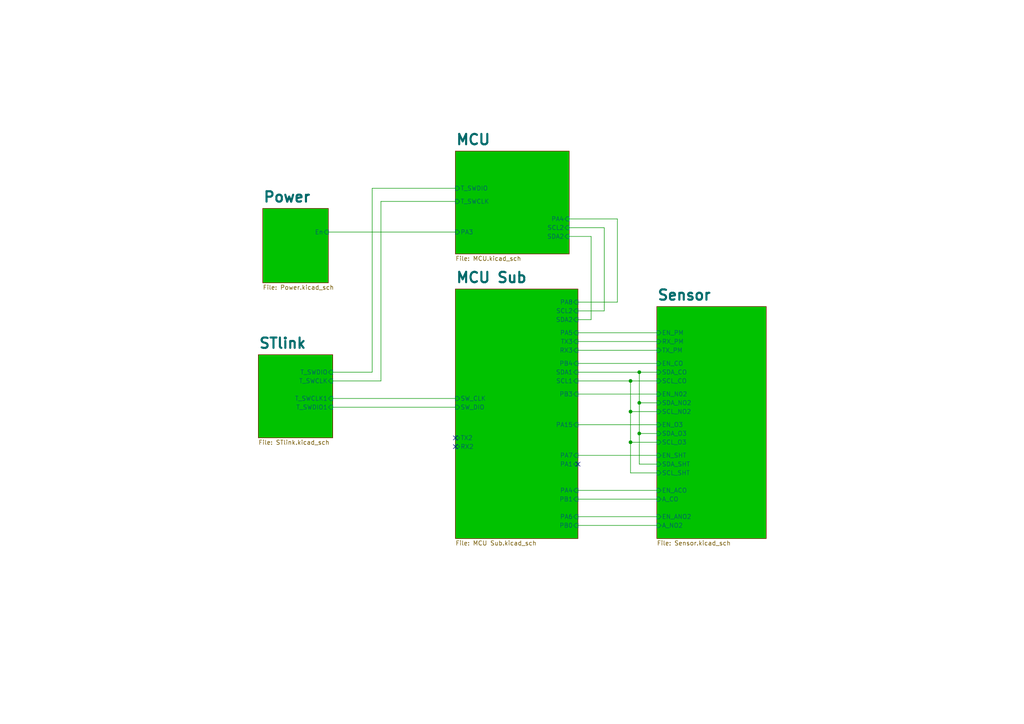
<source format=kicad_sch>
(kicad_sch
	(version 20231120)
	(generator "eeschema")
	(generator_version "8.0")
	(uuid "ce1fe645-5ae2-49a4-b0cc-2b62fa505af7")
	(paper "A4")
	(title_block
		(title "AirLoRa V3")
	)
	(lib_symbols)
	(junction
		(at 182.88 119.38)
		(diameter 0)
		(color 0 0 0 0)
		(uuid "25fb1a3d-2da5-4d98-92f1-c3d5ddc4c0d3")
	)
	(junction
		(at 185.42 116.84)
		(diameter 0)
		(color 0 0 0 0)
		(uuid "3ae8f14b-065b-4f49-8a57-e768e2506e75")
	)
	(junction
		(at 185.42 125.73)
		(diameter 0)
		(color 0 0 0 0)
		(uuid "9bfdd8c5-8d43-4f53-a962-b60697e5071a")
	)
	(junction
		(at 182.88 110.49)
		(diameter 0)
		(color 0 0 0 0)
		(uuid "c8c7d967-c111-455f-88a9-dfe1329b43d3")
	)
	(junction
		(at 182.88 128.27)
		(diameter 0)
		(color 0 0 0 0)
		(uuid "d4455d56-3833-4d22-8401-0d84a93f6674")
	)
	(junction
		(at 185.42 107.95)
		(diameter 0)
		(color 0 0 0 0)
		(uuid "e4fc2177-33f3-4ad4-90c8-6529ef580c49")
	)
	(no_connect
		(at 132.08 127)
		(uuid "188680dc-eb4d-4afd-8569-0576ca577712")
	)
	(no_connect
		(at 132.08 129.54)
		(uuid "b947da34-ceed-449b-9af4-92ac4e4d1814")
	)
	(no_connect
		(at 167.64 134.62)
		(uuid "d03d306e-d679-4709-bfc4-377861542033")
	)
	(wire
		(pts
			(xy 182.88 110.49) (xy 190.5 110.49)
		)
		(stroke
			(width 0)
			(type default)
		)
		(uuid "0acc98a7-92dd-4dca-858d-3e10de9fc631")
	)
	(wire
		(pts
			(xy 96.52 118.11) (xy 132.08 118.11)
		)
		(stroke
			(width 0)
			(type default)
		)
		(uuid "0cdf8ce4-48d7-4f29-8df6-cf6691f5e13a")
	)
	(wire
		(pts
			(xy 190.5 119.38) (xy 182.88 119.38)
		)
		(stroke
			(width 0)
			(type default)
		)
		(uuid "13c474d0-5bb3-4798-a7e7-21d4cad4c622")
	)
	(wire
		(pts
			(xy 190.5 125.73) (xy 185.42 125.73)
		)
		(stroke
			(width 0)
			(type default)
		)
		(uuid "1d4e33cb-7449-4c7a-b234-5fcf37ffbb18")
	)
	(wire
		(pts
			(xy 167.64 123.19) (xy 190.5 123.19)
		)
		(stroke
			(width 0)
			(type default)
		)
		(uuid "25d3e273-b211-4752-addd-37d725f37175")
	)
	(wire
		(pts
			(xy 167.64 132.08) (xy 190.5 132.08)
		)
		(stroke
			(width 0)
			(type default)
		)
		(uuid "329fd919-8267-4fd4-bb67-98a86d181d3a")
	)
	(wire
		(pts
			(xy 95.25 67.31) (xy 132.08 67.31)
		)
		(stroke
			(width 0)
			(type default)
		)
		(uuid "33ffdb7f-702f-4a4e-b9ba-847e6330b5fb")
	)
	(wire
		(pts
			(xy 167.64 152.4) (xy 190.5 152.4)
		)
		(stroke
			(width 0)
			(type default)
		)
		(uuid "34f56d84-df49-4424-81ab-4d6409c91680")
	)
	(wire
		(pts
			(xy 182.88 128.27) (xy 182.88 119.38)
		)
		(stroke
			(width 0)
			(type default)
		)
		(uuid "3b4b83d1-4eeb-41a3-9bf7-c64247a4f307")
	)
	(wire
		(pts
			(xy 96.52 115.57) (xy 132.08 115.57)
		)
		(stroke
			(width 0)
			(type default)
		)
		(uuid "3c98f002-69cf-4c8c-8c3b-3b9aaaf5fc9c")
	)
	(wire
		(pts
			(xy 167.64 144.78) (xy 190.5 144.78)
		)
		(stroke
			(width 0)
			(type default)
		)
		(uuid "49588ac9-2d16-46e3-be36-2ca7483a164e")
	)
	(wire
		(pts
			(xy 182.88 119.38) (xy 182.88 110.49)
		)
		(stroke
			(width 0)
			(type default)
		)
		(uuid "4a58edbe-5e72-4a3e-b3eb-3cc76438c0d5")
	)
	(wire
		(pts
			(xy 167.64 110.49) (xy 182.88 110.49)
		)
		(stroke
			(width 0)
			(type default)
		)
		(uuid "4d7640fd-130c-4b5e-bd0e-a0d5ab626cf1")
	)
	(wire
		(pts
			(xy 190.5 128.27) (xy 182.88 128.27)
		)
		(stroke
			(width 0)
			(type default)
		)
		(uuid "5a61fd9e-47a0-426b-9450-a09e558f2067")
	)
	(wire
		(pts
			(xy 171.45 68.58) (xy 171.45 92.71)
		)
		(stroke
			(width 0)
			(type default)
		)
		(uuid "5de3ae39-a609-4c51-afa7-84afb01462fe")
	)
	(wire
		(pts
			(xy 132.08 58.42) (xy 110.49 58.42)
		)
		(stroke
			(width 0)
			(type default)
		)
		(uuid "6b6d3fc7-12dd-4b75-8aec-5bd6852b2150")
	)
	(wire
		(pts
			(xy 167.64 92.71) (xy 171.45 92.71)
		)
		(stroke
			(width 0)
			(type default)
		)
		(uuid "71ce1453-ff29-4365-ab8c-edaff7acd537")
	)
	(wire
		(pts
			(xy 167.64 105.41) (xy 190.5 105.41)
		)
		(stroke
			(width 0)
			(type default)
		)
		(uuid "735c7068-f1c3-47af-82ff-25b089016482")
	)
	(wire
		(pts
			(xy 190.5 134.62) (xy 185.42 134.62)
		)
		(stroke
			(width 0)
			(type default)
		)
		(uuid "7502cf24-b2cb-4826-adb3-966fd80b9092")
	)
	(wire
		(pts
			(xy 165.1 68.58) (xy 171.45 68.58)
		)
		(stroke
			(width 0)
			(type default)
		)
		(uuid "764fff15-f8e5-45c2-9204-8fc1399f0bb4")
	)
	(wire
		(pts
			(xy 167.64 90.17) (xy 175.26 90.17)
		)
		(stroke
			(width 0)
			(type default)
		)
		(uuid "7b5a2a04-8828-4329-821b-bac787a1074b")
	)
	(wire
		(pts
			(xy 167.64 107.95) (xy 185.42 107.95)
		)
		(stroke
			(width 0)
			(type default)
		)
		(uuid "7c1c0738-f7a9-4c68-89e8-c1eb16038fce")
	)
	(wire
		(pts
			(xy 182.88 137.16) (xy 182.88 128.27)
		)
		(stroke
			(width 0)
			(type default)
		)
		(uuid "8700dd14-995c-4ed8-9bbb-092e96304c6a")
	)
	(wire
		(pts
			(xy 167.64 96.52) (xy 190.5 96.52)
		)
		(stroke
			(width 0)
			(type default)
		)
		(uuid "89a9fe18-2ac7-4b51-ad1c-c79deef1d2ab")
	)
	(wire
		(pts
			(xy 179.07 63.5) (xy 179.07 87.63)
		)
		(stroke
			(width 0)
			(type default)
		)
		(uuid "89fc3e43-cbf9-4eaa-a8a8-e65f25386baa")
	)
	(wire
		(pts
			(xy 167.64 149.86) (xy 190.5 149.86)
		)
		(stroke
			(width 0)
			(type default)
		)
		(uuid "8bfa3aa0-c03b-44e1-bf4e-01f6a8091092")
	)
	(wire
		(pts
			(xy 190.5 137.16) (xy 182.88 137.16)
		)
		(stroke
			(width 0)
			(type default)
		)
		(uuid "918df28f-d91d-4c81-87b8-f72b4f8b3d3a")
	)
	(wire
		(pts
			(xy 185.42 107.95) (xy 190.5 107.95)
		)
		(stroke
			(width 0)
			(type default)
		)
		(uuid "97fc2dc5-2811-45f0-a423-c66939ed4d97")
	)
	(wire
		(pts
			(xy 167.64 101.6) (xy 190.5 101.6)
		)
		(stroke
			(width 0)
			(type default)
		)
		(uuid "9bfc4659-0749-4026-bfe8-e86cdd8b9e05")
	)
	(wire
		(pts
			(xy 175.26 66.04) (xy 165.1 66.04)
		)
		(stroke
			(width 0)
			(type default)
		)
		(uuid "9e54ed27-a803-4e07-8990-bff925564952")
	)
	(wire
		(pts
			(xy 165.1 63.5) (xy 179.07 63.5)
		)
		(stroke
			(width 0)
			(type default)
		)
		(uuid "a0c4e04c-b259-44af-8ad4-83e98a0e3bf3")
	)
	(wire
		(pts
			(xy 167.64 142.24) (xy 190.5 142.24)
		)
		(stroke
			(width 0)
			(type default)
		)
		(uuid "a5f15549-608d-4ffe-b468-412fd0f8db89")
	)
	(wire
		(pts
			(xy 185.42 125.73) (xy 185.42 116.84)
		)
		(stroke
			(width 0)
			(type default)
		)
		(uuid "b20b5bb8-0573-4329-b533-879302b49232")
	)
	(wire
		(pts
			(xy 185.42 134.62) (xy 185.42 125.73)
		)
		(stroke
			(width 0)
			(type default)
		)
		(uuid "b454d0a7-f78e-4ae7-a76c-e8fe15731046")
	)
	(wire
		(pts
			(xy 96.52 107.95) (xy 107.95 107.95)
		)
		(stroke
			(width 0)
			(type default)
		)
		(uuid "b4baa731-500d-4342-8a74-955e032ed8da")
	)
	(wire
		(pts
			(xy 175.26 90.17) (xy 175.26 66.04)
		)
		(stroke
			(width 0)
			(type default)
		)
		(uuid "c8a0530b-e37a-46fc-9783-c0f37e3a2f1a")
	)
	(wire
		(pts
			(xy 167.64 114.3) (xy 190.5 114.3)
		)
		(stroke
			(width 0)
			(type default)
		)
		(uuid "ca9822ef-ea85-46e6-a761-f8285bf81d7c")
	)
	(wire
		(pts
			(xy 132.08 54.61) (xy 107.95 54.61)
		)
		(stroke
			(width 0)
			(type default)
		)
		(uuid "d0efad7f-ba30-4b2c-a9b3-87a9baca6c58")
	)
	(wire
		(pts
			(xy 110.49 58.42) (xy 110.49 110.49)
		)
		(stroke
			(width 0)
			(type default)
		)
		(uuid "d159d3d9-1e25-4fdd-a57d-81d269a67c57")
	)
	(wire
		(pts
			(xy 96.52 110.49) (xy 110.49 110.49)
		)
		(stroke
			(width 0)
			(type default)
		)
		(uuid "d9e9887a-3265-46a6-a94c-776f83741e9b")
	)
	(wire
		(pts
			(xy 185.42 116.84) (xy 185.42 107.95)
		)
		(stroke
			(width 0)
			(type default)
		)
		(uuid "e158b22e-9ea4-4ec3-843e-b5582bb5b376")
	)
	(wire
		(pts
			(xy 167.64 99.06) (xy 190.5 99.06)
		)
		(stroke
			(width 0)
			(type default)
		)
		(uuid "e4a72966-cd59-4f09-a95f-b99f698eab83")
	)
	(wire
		(pts
			(xy 167.64 87.63) (xy 179.07 87.63)
		)
		(stroke
			(width 0)
			(type default)
		)
		(uuid "e6cbb310-ef2e-492e-b888-4e69aa8f2cdd")
	)
	(wire
		(pts
			(xy 107.95 54.61) (xy 107.95 107.95)
		)
		(stroke
			(width 0)
			(type default)
		)
		(uuid "eedf424a-fdf9-4cad-b98f-1648b90865d3")
	)
	(wire
		(pts
			(xy 190.5 116.84) (xy 185.42 116.84)
		)
		(stroke
			(width 0)
			(type default)
		)
		(uuid "ef4d078a-2cce-4940-af13-db3320126094")
	)
	(sheet
		(at 74.93 102.87)
		(size 21.59 24.13)
		(fields_autoplaced yes)
		(stroke
			(width 0.1524)
			(type solid)
		)
		(fill
			(color 0 194 0 1.0000)
		)
		(uuid "0fe76900-3fef-41a8-aa6f-27268a6f6f64")
		(property "Sheetname" "STlink"
			(at 74.93 101.2934 0)
			(effects
				(font
					(size 3 3)
					(bold yes)
				)
				(justify left bottom)
			)
		)
		(property "Sheetfile" "STlink.kicad_sch"
			(at 74.93 127.5846 0)
			(effects
				(font
					(size 1.27 1.27)
				)
				(justify left top)
			)
		)
		(pin "T_SWCLK" input
			(at 96.52 110.49 0)
			(effects
				(font
					(size 1.27 1.27)
				)
				(justify right)
			)
			(uuid "6f252d0d-a2bb-4dd2-8b8b-0f1f2223a53b")
		)
		(pin "T_SWDIO" input
			(at 96.52 107.95 0)
			(effects
				(font
					(size 1.27 1.27)
				)
				(justify right)
			)
			(uuid "733c7b9a-e9c7-4614-804c-8f707869045a")
		)
		(pin "T_SWCLK1" input
			(at 96.52 115.57 0)
			(effects
				(font
					(size 1.27 1.27)
				)
				(justify right)
			)
			(uuid "6d67fe05-655a-44fe-82b1-ff6c15de79d2")
		)
		(pin "T_SWDIO1" input
			(at 96.52 118.11 0)
			(effects
				(font
					(size 1.27 1.27)
				)
				(justify right)
			)
			(uuid "4dcf487e-8026-4ecc-8c89-d98f4887889a")
		)
		(instances
			(project "airlora-kicad"
				(path "/59d971df-d6c1-4ef7-a085-bf08b7b16047/be77b740-d58b-414b-97ce-61f1d1685314"
					(page "6")
				)
			)
		)
	)
	(sheet
		(at 190.5 88.9)
		(size 31.75 67.31)
		(fields_autoplaced yes)
		(stroke
			(width 0.1524)
			(type solid)
		)
		(fill
			(color 0 194 0 1.0000)
		)
		(uuid "51adec1c-c556-4645-b650-96b50e0dcbbc")
		(property "Sheetname" "Sensor"
			(at 190.5 87.3234 0)
			(effects
				(font
					(size 3 3)
					(bold yes)
				)
				(justify left bottom)
			)
		)
		(property "Sheetfile" "Sensor.kicad_sch"
			(at 190.5 156.7946 0)
			(effects
				(font
					(size 1.27 1.27)
				)
				(justify left top)
			)
		)
		(property "Field2" ""
			(at 190.5 88.9 0)
			(effects
				(font
					(size 1.27 1.27)
				)
				(hide yes)
			)
		)
		(pin "TX_PM" input
			(at 190.5 101.6 180)
			(effects
				(font
					(size 1.27 1.27)
				)
				(justify left)
			)
			(uuid "e4e0e187-a7c3-47b9-8063-845a489610bf")
		)
		(pin "RX_PM" input
			(at 190.5 99.06 180)
			(effects
				(font
					(size 1.27 1.27)
				)
				(justify left)
			)
			(uuid "f1c161b1-5271-47ac-b2b7-4a912a52d655")
		)
		(pin "SDA_CO" input
			(at 190.5 107.95 180)
			(effects
				(font
					(size 1.27 1.27)
				)
				(justify left)
			)
			(uuid "b8f42bfc-1506-4089-bb87-2140dcadbb82")
		)
		(pin "SCL_CO" input
			(at 190.5 110.49 180)
			(effects
				(font
					(size 1.27 1.27)
				)
				(justify left)
			)
			(uuid "c1c04f0e-3801-4985-aadd-19afb2d11a0a")
		)
		(pin "EN_CO" input
			(at 190.5 105.41 180)
			(effects
				(font
					(size 1.27 1.27)
				)
				(justify left)
			)
			(uuid "68d48278-c849-41f3-b67a-de08c8f8f2d6")
		)
		(pin "EN_N02" input
			(at 190.5 114.3 180)
			(effects
				(font
					(size 1.27 1.27)
				)
				(justify left)
			)
			(uuid "2f8b8013-343b-458d-bb50-24d800ddbf8e")
		)
		(pin "EN_PM" input
			(at 190.5 96.52 180)
			(effects
				(font
					(size 1.27 1.27)
				)
				(justify left)
			)
			(uuid "5fad6a3e-68f1-49f5-a859-dee30860b9ea")
		)
		(pin "EN_SHT" input
			(at 190.5 132.08 180)
			(effects
				(font
					(size 1.27 1.27)
				)
				(justify left)
			)
			(uuid "8b499c2c-a44c-4594-a9cb-63ea1faa0d0b")
		)
		(pin "SDA_O3" input
			(at 190.5 125.73 180)
			(effects
				(font
					(size 1.27 1.27)
				)
				(justify left)
			)
			(uuid "d18b36f4-4444-45ee-b5d8-20490488f540")
		)
		(pin "SCL_O3" input
			(at 190.5 128.27 180)
			(effects
				(font
					(size 1.27 1.27)
				)
				(justify left)
			)
			(uuid "5e2d0aec-e052-41d4-a584-1f6ff0eaf093")
		)
		(pin "EN_O3" input
			(at 190.5 123.19 180)
			(effects
				(font
					(size 1.27 1.27)
				)
				(justify left)
			)
			(uuid "115d7c2f-3888-491c-bf99-c1acef003ded")
		)
		(pin "SCL_NO2" input
			(at 190.5 119.38 180)
			(effects
				(font
					(size 1.27 1.27)
				)
				(justify left)
			)
			(uuid "209fcaea-fb08-44ad-aa4e-851dab54b383")
		)
		(pin "SDA_NO2" input
			(at 190.5 116.84 180)
			(effects
				(font
					(size 1.27 1.27)
				)
				(justify left)
			)
			(uuid "e741f20d-cd66-4252-8705-6e72ce98fccd")
		)
		(pin "A_CO" input
			(at 190.5 144.78 180)
			(effects
				(font
					(size 1.27 1.27)
				)
				(justify left)
			)
			(uuid "e8792159-de33-41b4-9dbf-ac4182dcde6a")
		)
		(pin "EN_ACO" input
			(at 190.5 142.24 180)
			(effects
				(font
					(size 1.27 1.27)
				)
				(justify left)
			)
			(uuid "9f1cfb4a-f250-4e22-8b87-aaf6b9125167")
		)
		(pin "EN_ANO2" input
			(at 190.5 149.86 180)
			(effects
				(font
					(size 1.27 1.27)
				)
				(justify left)
			)
			(uuid "2a3b350e-5850-4286-878c-781ff91f4558")
		)
		(pin "A_NO2" input
			(at 190.5 152.4 180)
			(effects
				(font
					(size 1.27 1.27)
				)
				(justify left)
			)
			(uuid "8db35442-ae8d-438c-9b93-aa05cd7d1671")
		)
		(pin "SCL_SHT" input
			(at 190.5 137.16 180)
			(effects
				(font
					(size 1.27 1.27)
				)
				(justify left)
			)
			(uuid "5845beed-1e10-46bc-ace1-c8ef4b4eec8a")
		)
		(pin "SDA_SHT" input
			(at 190.5 134.62 180)
			(effects
				(font
					(size 1.27 1.27)
				)
				(justify left)
			)
			(uuid "4b255fcf-597d-43e1-8803-f815386d35db")
		)
		(instances
			(project "airlora-kicad"
				(path "/59d971df-d6c1-4ef7-a085-bf08b7b16047/be77b740-d58b-414b-97ce-61f1d1685314"
					(page "5")
				)
			)
		)
	)
	(sheet
		(at 76.2 60.452)
		(size 19.05 21.59)
		(fields_autoplaced yes)
		(stroke
			(width 0.1524)
			(type solid)
		)
		(fill
			(color 0 194 0 1.0000)
		)
		(uuid "af8bb3f5-67b6-4471-83fd-9297b14489a9")
		(property "Sheetname" "Power"
			(at 76.2 58.8754 0)
			(effects
				(font
					(size 3 3)
					(bold yes)
				)
				(justify left bottom)
			)
		)
		(property "Sheetfile" "Power.kicad_sch"
			(at 76.2 82.6266 0)
			(effects
				(font
					(size 1.27 1.27)
				)
				(justify left top)
			)
		)
		(pin "En" input
			(at 95.25 67.31 0)
			(effects
				(font
					(size 1.27 1.27)
				)
				(justify right)
			)
			(uuid "21c34e74-ff41-404b-a91b-1119f59c5af0")
		)
		(instances
			(project "airlora-kicad"
				(path "/59d971df-d6c1-4ef7-a085-bf08b7b16047/be77b740-d58b-414b-97ce-61f1d1685314"
					(page "3")
				)
			)
		)
	)
	(sheet
		(at 132.08 43.815)
		(size 33.02 29.845)
		(fields_autoplaced yes)
		(stroke
			(width 0.1524)
			(type solid)
		)
		(fill
			(color 0 194 0 1.0000)
		)
		(uuid "c23b99ec-411c-4b40-a8bc-26abb1dec7f9")
		(property "Sheetname" "MCU"
			(at 132.08 42.2384 0)
			(effects
				(font
					(size 3 3)
					(bold yes)
				)
				(justify left bottom)
			)
		)
		(property "Sheetfile" "MCU.kicad_sch"
			(at 132.08 74.2446 0)
			(effects
				(font
					(size 1.27 1.27)
				)
				(justify left top)
			)
		)
		(pin "T_SWDIO" input
			(at 132.08 54.61 180)
			(effects
				(font
					(size 1.27 1.27)
				)
				(justify left)
			)
			(uuid "1da623b8-0e78-4b70-a657-b1c51d516750")
		)
		(pin "T_SWCLK" input
			(at 132.08 58.42 180)
			(effects
				(font
					(size 1.27 1.27)
				)
				(justify left)
			)
			(uuid "f9f1e4b9-c285-444c-a57c-1bd1c8ae4f6f")
		)
		(pin "SCL2" input
			(at 165.1 66.04 0)
			(effects
				(font
					(size 1.27 1.27)
				)
				(justify right)
			)
			(uuid "ce8efd7b-373e-4a8a-8b16-28d37e79cf4b")
		)
		(pin "SDA2" input
			(at 165.1 68.58 0)
			(effects
				(font
					(size 1.27 1.27)
				)
				(justify right)
			)
			(uuid "cd1b4093-ea69-4731-8f85-0ccd56f6a186")
		)
		(pin "PA4" input
			(at 165.1 63.5 0)
			(effects
				(font
					(size 1.27 1.27)
				)
				(justify right)
			)
			(uuid "fca2b23c-8b55-4d7e-804b-e03c98564bfc")
		)
		(pin "PA3" input
			(at 132.08 67.31 180)
			(effects
				(font
					(size 1.27 1.27)
				)
				(justify left)
			)
			(uuid "b81e34a1-d66f-45d4-a975-084824d10943")
		)
		(instances
			(project "airlora-kicad"
				(path "/59d971df-d6c1-4ef7-a085-bf08b7b16047/be77b740-d58b-414b-97ce-61f1d1685314"
					(page "4")
				)
			)
		)
	)
	(sheet
		(at 132.08 83.82)
		(size 35.56 72.39)
		(fields_autoplaced yes)
		(stroke
			(width 0.1524)
			(type solid)
		)
		(fill
			(color 0 194 0 1.0000)
		)
		(uuid "eab4a250-4bd5-4f82-b1cd-88a390e22a6b")
		(property "Sheetname" "MCU Sub"
			(at 132.08 82.2434 0)
			(effects
				(font
					(size 3 3)
					(bold yes)
				)
				(justify left bottom)
			)
		)
		(property "Sheetfile" "MCU Sub.kicad_sch"
			(at 132.08 156.7946 0)
			(effects
				(font
					(size 1.27 1.27)
				)
				(justify left top)
			)
		)
		(pin "RX3" input
			(at 167.64 101.6 0)
			(effects
				(font
					(size 1.27 1.27)
				)
				(justify right)
			)
			(uuid "b28bcb9c-a025-4d76-a214-2a95000ffb0d")
		)
		(pin "TX3" input
			(at 167.64 99.06 0)
			(effects
				(font
					(size 1.27 1.27)
				)
				(justify right)
			)
			(uuid "ba7d4ade-4a88-4923-be94-d17e45f38fe6")
		)
		(pin "SDA2" input
			(at 167.64 92.71 0)
			(effects
				(font
					(size 1.27 1.27)
				)
				(justify right)
			)
			(uuid "ecc18e50-df81-42d9-87c3-64f8b2cd19f9")
		)
		(pin "SDA1" input
			(at 167.64 107.95 0)
			(effects
				(font
					(size 1.27 1.27)
				)
				(justify right)
			)
			(uuid "8b4dc06d-5081-494d-8066-f9f97901f381")
		)
		(pin "SCL1" input
			(at 167.64 110.49 0)
			(effects
				(font
					(size 1.27 1.27)
				)
				(justify right)
			)
			(uuid "b1341bff-5ead-4312-932f-774349b25227")
		)
		(pin "SCL2" input
			(at 167.64 90.17 0)
			(effects
				(font
					(size 1.27 1.27)
				)
				(justify right)
			)
			(uuid "930d9220-a595-420c-9389-2df3294f4dea")
		)
		(pin "SW_DIO" input
			(at 132.08 118.11 180)
			(effects
				(font
					(size 1.27 1.27)
				)
				(justify left)
			)
			(uuid "e50a5301-4f26-441f-875a-bda690fec6ce")
		)
		(pin "SW_CLK" input
			(at 132.08 115.57 180)
			(effects
				(font
					(size 1.27 1.27)
				)
				(justify left)
			)
			(uuid "2e043ea5-92cd-4f09-bef3-5635c91f4226")
		)
		(pin "PA6" input
			(at 167.64 149.86 0)
			(effects
				(font
					(size 1.27 1.27)
				)
				(justify right)
			)
			(uuid "2e9f9301-a104-46f5-8943-d9927aee5ce8")
		)
		(pin "PA7" input
			(at 167.64 132.08 0)
			(effects
				(font
					(size 1.27 1.27)
				)
				(justify right)
			)
			(uuid "56889240-3c3b-4441-970d-badf2bda718f")
		)
		(pin "PA5" input
			(at 167.64 96.52 0)
			(effects
				(font
					(size 1.27 1.27)
				)
				(justify right)
			)
			(uuid "195fb126-16e5-4f96-8c19-e8c914127531")
		)
		(pin "PA1" input
			(at 167.64 134.62 0)
			(effects
				(font
					(size 1.27 1.27)
				)
				(justify right)
			)
			(uuid "42cccff3-3c43-4b16-843e-c6c2cf633439")
		)
		(pin "RX2" input
			(at 132.08 129.54 180)
			(effects
				(font
					(size 1.27 1.27)
				)
				(justify left)
			)
			(uuid "e3489881-5152-4879-a933-4b4f6e23d3e3")
		)
		(pin "PA4" input
			(at 167.64 142.24 0)
			(effects
				(font
					(size 1.27 1.27)
				)
				(justify right)
			)
			(uuid "e6322624-1e54-435f-8b0f-51a06eab30f1")
		)
		(pin "TX2" input
			(at 132.08 127 180)
			(effects
				(font
					(size 1.27 1.27)
				)
				(justify left)
			)
			(uuid "04174392-978c-4d54-83de-68f3602dea63")
		)
		(pin "PA8" input
			(at 167.64 87.63 0)
			(effects
				(font
					(size 1.27 1.27)
				)
				(justify right)
			)
			(uuid "01627bd9-0795-4057-ada6-54fdc852eb93")
		)
		(pin "PB1" input
			(at 167.64 144.78 0)
			(effects
				(font
					(size 1.27 1.27)
				)
				(justify right)
			)
			(uuid "c97fc567-494b-4e62-8c48-ae5df0f6019c")
		)
		(pin "PB0" input
			(at 167.64 152.4 0)
			(effects
				(font
					(size 1.27 1.27)
				)
				(justify right)
			)
			(uuid "1c2f31ec-f56b-4ca4-b1bb-f5093a7a5e8a")
		)
		(pin "PB3" input
			(at 167.64 114.3 0)
			(effects
				(font
					(size 1.27 1.27)
				)
				(justify right)
			)
			(uuid "68af50d0-3d4c-40fc-8cb0-fe3942631397")
		)
		(pin "PB4" input
			(at 167.64 105.41 0)
			(effects
				(font
					(size 1.27 1.27)
				)
				(justify right)
			)
			(uuid "2c62e749-615c-4fcc-91c9-ab9aa2a49cc2")
		)
		(pin "PA15" input
			(at 167.64 123.19 0)
			(effects
				(font
					(size 1.27 1.27)
				)
				(justify right)
			)
			(uuid "fefa86b3-57f5-4330-b21d-317be1c4d54f")
		)
		(instances
			(project "airlora-kicad"
				(path "/59d971df-d6c1-4ef7-a085-bf08b7b16047/be77b740-d58b-414b-97ce-61f1d1685314"
					(page "7")
				)
			)
		)
	)
)

</source>
